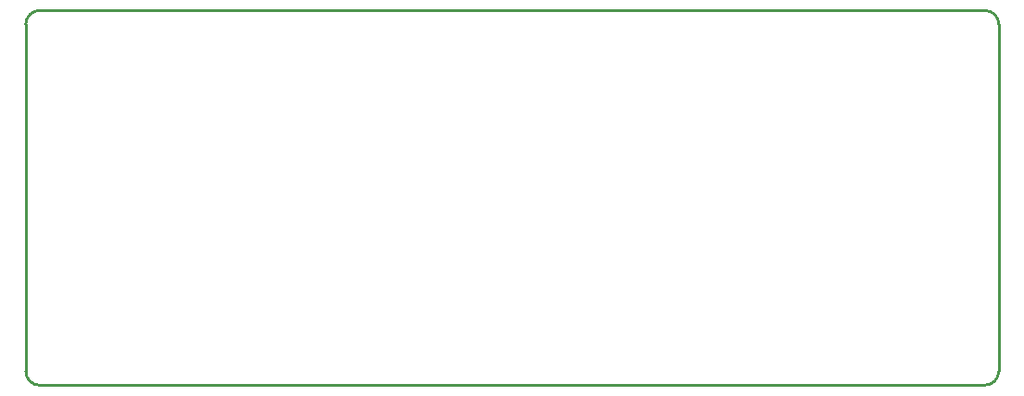
<source format=gm1>
G04*
G04 #@! TF.GenerationSoftware,Altium Limited,Altium Designer,18.1.9 (240)*
G04*
G04 Layer_Color=16711935*
%FSLAX25Y25*%
%MOIN*%
G70*
G01*
G75*
%ADD10C,0.01000*%
D10*
X350000Y130000D02*
G03*
X345000Y135000I-5000J0D01*
G01*
X345000Y-0D02*
G03*
X350000Y5000I0J5000D01*
G01*
X-0Y5000D02*
G03*
X5000Y0I5000J0D01*
G01*
Y135000D02*
G03*
X0Y130000I0J-5000D01*
G01*
X5000Y135000D02*
X345000D01*
X350000Y5000D02*
Y130000D01*
X5000Y0D02*
X345000D01*
X0Y5000D02*
Y6000D01*
Y130000D01*
M02*

</source>
